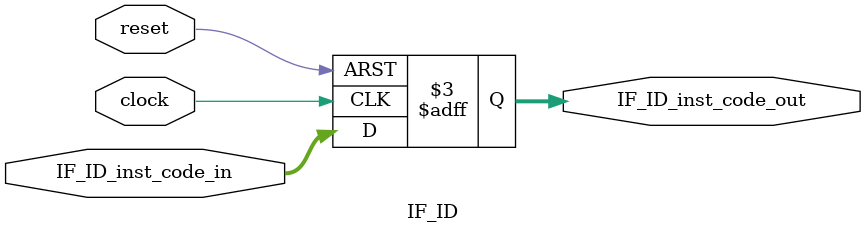
<source format=v>
module IF_ID(input clock, 
	input reset,
	input [7:0] IF_ID_inst_code_in,
	output reg [7:0] IF_ID_inst_code_out);
  
  always@(posedge clock or negedge reset)
  begin
		if(reset == 0  )
			begin
			IF_ID_inst_code_out <= 8'b0;
			end   
		else
			begin 
			IF_ID_inst_code_out <= IF_ID_inst_code_in;
			end
  end
endmodule
  
</source>
